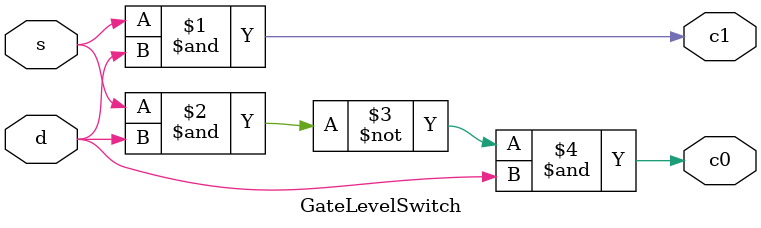
<source format=v>
`ifndef SWITCH_V
`define SWITCH_V

module BasicSwitch(
    input wire s,
    input wire d,
    output wire c1,
    output wire c0 
);
    assign c1 = s ? d : 0;
    assign c0 = s ? 0 : d;
endmodule


module GateLevelSwitch(
    input wire s,
    input wire d,
    output wire c1,
    output wire c0 
);

assign c1 = s & d; 
// c0 = ~s & d = ~ (s | ~d) = ~ (s ~& d ~& d)
assign c0 = ~ (s ~& d ~& d);
endmodule

`ifdef TB_SWITCH
`timescale 1ns / 1ps

module tb_Switch;

    // Inputs
    reg s;
    reg d;

    // Outputs
    wire c1_basic, c0_basic;
    wire c1_gate, c0_gate;

    // Instantiate the Basic Switch Module
    BasicSwitch basic_switch (
        .s(s), 
        .d(d), 
        .c1(c1_basic), 
        .c0(c0_basic)
    );

    // Instantiate the Gate Level Switch Module
    GateLevelSwitch gate_switch (
        .s(s), 
        .d(d), 
        .c1(c1_gate), 
        .c0(c0_gate)
    );

    // Initialize all variables
    initial begin
        // Initialize Inputs
        s = 0;
        d = 0;

        // Wait 100 ns for global reset to finish
        #100;
        
        // Add stimulus here
        $display("Time | s | d | c1_basic | c0_basic | c1_gate | c0_gate");
        $monitor("%4t | %b | %b |   %b     |   %b     |   %b    |   %b", $time, s, d, c1_basic, c0_basic, c1_gate, c0_gate);

        // Test all input combinations
        s = 0; d = 0; #10;
        s = 0; d = 1; #10;
        s = 1; d = 0; #10;
        s = 1; d = 1; #10;

        $finish;
    end
      
endmodule
`endif
`endif // SWITCH_V

</source>
